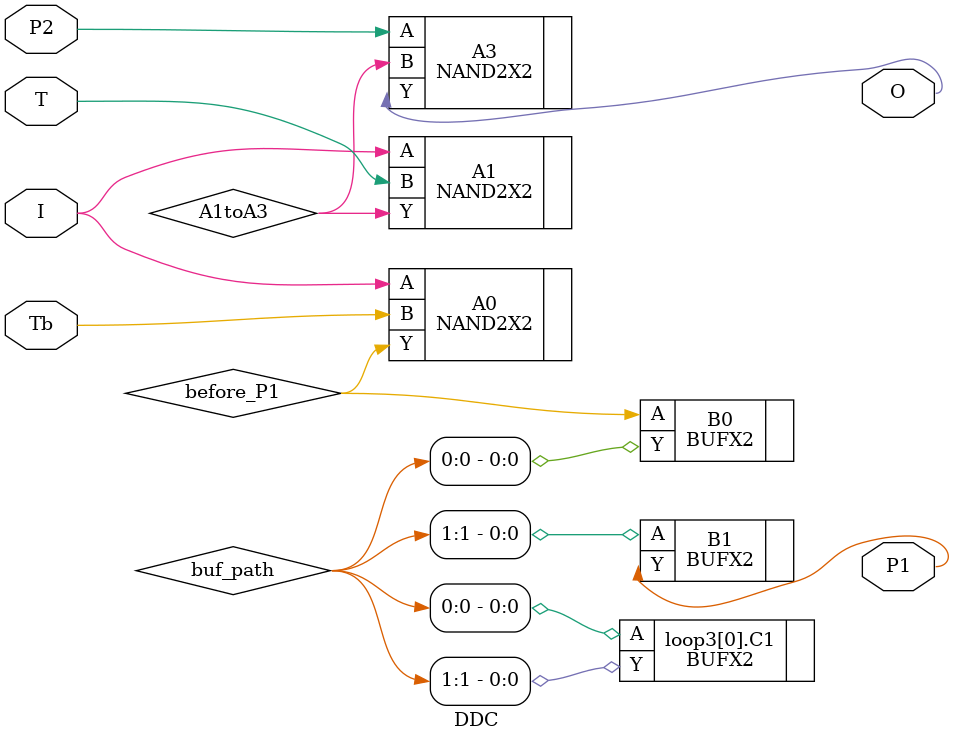
<source format=v>
module DDC (
    input I,
    input T,
    input Tb,
    input P2,
    output O,
    output P1
);
	parameter delay_group = 10'd1;
    wire before_P1;
	wire [12:0] buf_path;
    wire A1toA3;
	
    NAND2X2 A0(.A(I), .B(Tb), .Y(before_P1));
    BUFX2 B0(.A(before_P1), .Y(buf_path[0]));
	
	genvar i;
	generate
        for (i = 0; i < delay_group; i = i + 1) begin:loop3
            BUFX2 C1(.A(buf_path[i]), .Y(buf_path[i+1]));
        end
    endgenerate

	BUFX2 B1(.A(buf_path[delay_group]), .Y(P1));

    NAND2X2 A1(.A(I), .B(T), .Y(A1toA3));
    NAND2X2 A3(.A(P2), .B(A1toA3), .Y(O));
endmodule

</source>
